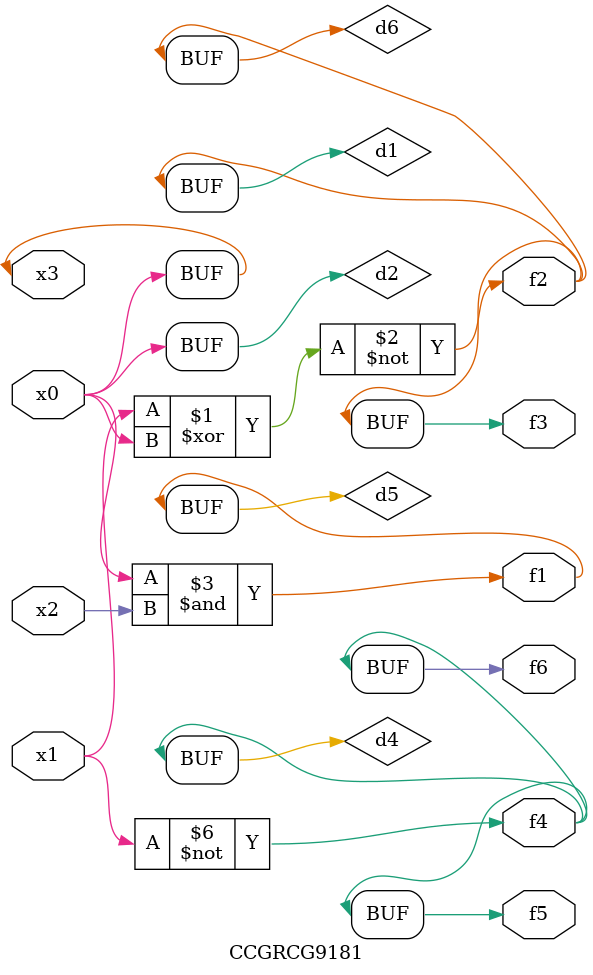
<source format=v>
module CCGRCG9181(
	input x0, x1, x2, x3,
	output f1, f2, f3, f4, f5, f6
);

	wire d1, d2, d3, d4, d5, d6;

	xnor (d1, x1, x3);
	buf (d2, x0, x3);
	nand (d3, x0, x2);
	not (d4, x1);
	nand (d5, d3);
	or (d6, d1);
	assign f1 = d5;
	assign f2 = d6;
	assign f3 = d6;
	assign f4 = d4;
	assign f5 = d4;
	assign f6 = d4;
endmodule

</source>
